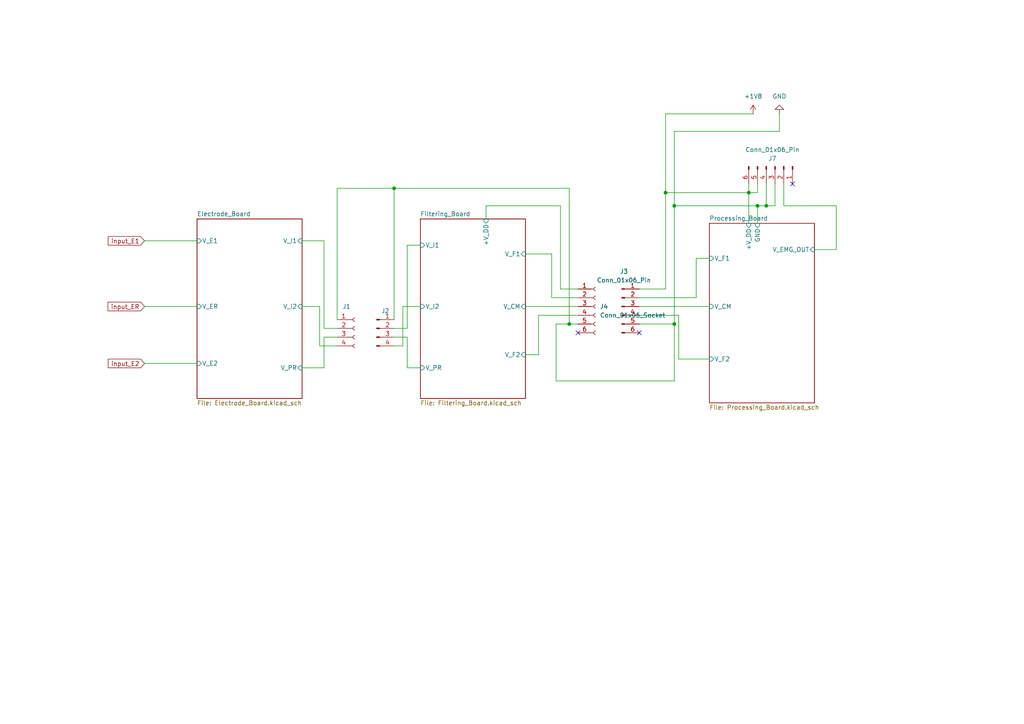
<source format=kicad_sch>
(kicad_sch (version 20231120) (generator "eeschema") (generator_version "8.0")
  (paper "A4")
  (lib_symbols
    (symbol "Connector:Conn_01x04_Pin" (pin_names (offset 1.016) hide)
      (property "Reference" "J" (at 0 5.08 0))
      (property "Value" "Conn_01x04_Pin" (at 0 -7.62 0))
      (symbol "Conn_01x04_Pin_1_1"
        (polyline (pts (xy 1.27 -5.08) (xy 0.8636 -5.08)) (stroke (width 0.1524)))
        (polyline (pts (xy 1.27 -2.54) (xy 0.8636 -2.54)) (stroke (width 0.1524)))
        (polyline (pts (xy 1.27 0) (xy 0.8636 0)) (stroke (width 0.1524)))
        (polyline (pts (xy 1.27 2.54) (xy 0.8636 2.54)) (stroke (width 0.1524)))
        (rectangle (start 0.8636 -4.953) (end 0 -5.207) (stroke (width 0.1524)) (fill (type outline)))
        (rectangle (start 0.8636 -2.413) (end 0 -2.667) (stroke (width 0.1524)) (fill (type outline)))
        (rectangle (start 0.8636 0.127) (end 0 -0.127) (stroke (width 0.1524)) (fill (type outline)))
        (rectangle (start 0.8636 2.667) (end 0 2.413) (stroke (width 0.1524)) (fill (type outline)))
        (pin passive line (at 5.08 2.54 180) (length 3.81) (name "Pin_1") (number "1"))
        (pin passive line (at 5.08 0 180) (length 3.81) (name "Pin_2") (number "2"))
        (pin passive line (at 5.08 -2.54 180) (length 3.81) (name "Pin_3") (number "3"))
        (pin passive line (at 5.08 -5.08 180) (length 3.81) (name "Pin_4") (number "4"))
      )
    )
    (symbol "Connector:Conn_01x04_Socket" (pin_names (offset 1.016) hide)
      (property "Reference" "J" (at 0 5.08 0))
      (property "Value" "Conn_01x04_Socket" (at 0 -7.62 0))
      (symbol "Conn_01x04_Socket_1_1"
        (arc (start 0 -4.572) (mid -0.5058 -5.08) (end 0 -5.588) (stroke (width 0.1524)))
        (arc (start 0 -2.032) (mid -0.5058 -2.54) (end 0 -3.048) (stroke (width 0.1524)))
        (polyline (pts (xy -1.27 -5.08) (xy -0.508 -5.08)) (stroke (width 0.1524)))
        (polyline (pts (xy -1.27 -2.54) (xy -0.508 -2.54)) (stroke (width 0.1524)))
        (polyline (pts (xy -1.27 0) (xy -0.508 0)) (stroke (width 0.1524)))
        (polyline (pts (xy -1.27 2.54) (xy -0.508 2.54)) (stroke (width 0.1524)))
        (arc (start 0 0.508) (mid -0.5058 0) (end 0 -0.508) (stroke (width 0.1524)))
        (arc (start 0 3.048) (mid -0.5058 2.54) (end 0 2.032) (stroke (width 0.1524)))
        (pin passive line (at -5.08 2.54 0) (length 3.81) (name "Pin_1") (number "1"))
        (pin passive line (at -5.08 0 0) (length 3.81) (name "Pin_2") (number "2"))
        (pin passive line (at -5.08 -2.54 0) (length 3.81) (name "Pin_3") (number "3"))
        (pin passive line (at -5.08 -5.08 0) (length 3.81) (name "Pin_4") (number "4"))
      )
    )
    (symbol "Connector:Conn_01x06_Pin" (pin_names (offset 1.016) hide)
      (property "Reference" "J" (at 0 7.62 0))
      (property "Value" "Conn_01x06_Pin" (at 0 -10.16 0))
      (symbol "Conn_01x06_Pin_1_1"
        (polyline (pts (xy 1.27 -7.62) (xy 0.8636 -7.62)) (stroke (width 0.1524)))
        (polyline (pts (xy 1.27 -5.08) (xy 0.8636 -5.08)) (stroke (width 0.1524)))
        (polyline (pts (xy 1.27 -2.54) (xy 0.8636 -2.54)) (stroke (width 0.1524)))
        (polyline (pts (xy 1.27 0) (xy 0.8636 0)) (stroke (width 0.1524)))
        (polyline (pts (xy 1.27 2.54) (xy 0.8636 2.54)) (stroke (width 0.1524)))
        (polyline (pts (xy 1.27 5.08) (xy 0.8636 5.08)) (stroke (width 0.1524)))
        (rectangle (start 0.8636 -7.493) (end 0 -7.747) (stroke (width 0.1524)) (fill (type outline)))
        (rectangle (start 0.8636 -4.953) (end 0 -5.207) (stroke (width 0.1524)) (fill (type outline)))
        (rectangle (start 0.8636 -2.413) (end 0 -2.667) (stroke (width 0.1524)) (fill (type outline)))
        (rectangle (start 0.8636 0.127) (end 0 -0.127) (stroke (width 0.1524)) (fill (type outline)))
        (rectangle (start 0.8636 2.667) (end 0 2.413) (stroke (width 0.1524)) (fill (type outline)))
        (rectangle (start 0.8636 5.207) (end 0 4.953) (stroke (width 0.1524)) (fill (type outline)))
        (pin passive line (at 5.08 5.08 180) (length 3.81) (name "Pin_1") (number "1"))
        (pin passive line (at 5.08 2.54 180) (length 3.81) (name "Pin_2") (number "2"))
        (pin passive line (at 5.08 0 180) (length 3.81) (name "Pin_3") (number "3"))
        (pin passive line (at 5.08 -2.54 180) (length 3.81) (name "Pin_4") (number "4"))
        (pin passive line (at 5.08 -5.08 180) (length 3.81) (name "Pin_5") (number "5"))
        (pin passive line (at 5.08 -7.62 180) (length 3.81) (name "Pin_6") (number "6"))
      )
    )
    (symbol "Connector:Conn_01x06_Socket" (pin_names (offset 1.016) hide)
      (property "Reference" "J" (at 0 7.62 0))
      (property "Value" "Conn_01x06_Socket" (at 0 -10.16 0))
      (symbol "Conn_01x06_Socket_1_1"
        (arc (start 0 -7.112) (mid -0.5058 -7.62) (end 0 -8.128) (stroke (width 0.1524)))
        (arc (start 0 -4.572) (mid -0.5058 -5.08) (end 0 -5.588) (stroke (width 0.1524)))
        (arc (start 0 -2.032) (mid -0.5058 -2.54) (end 0 -3.048) (stroke (width 0.1524)))
        (polyline (pts (xy -1.27 -7.62) (xy -0.508 -7.62)) (stroke (width 0.1524)))
        (polyline (pts (xy -1.27 -5.08) (xy -0.508 -5.08)) (stroke (width 0.1524)))
        (polyline (pts (xy -1.27 -2.54) (xy -0.508 -2.54)) (stroke (width 0.1524)))
        (polyline (pts (xy -1.27 0) (xy -0.508 0)) (stroke (width 0.1524)))
        (polyline (pts (xy -1.27 2.54) (xy -0.508 2.54)) (stroke (width 0.1524)))
        (polyline (pts (xy -1.27 5.08) (xy -0.508 5.08)) (stroke (width 0.1524)))
        (arc (start 0 0.508) (mid -0.5058 0) (end 0 -0.508) (stroke (width 0.1524)))
        (arc (start 0 3.048) (mid -0.5058 2.54) (end 0 2.032) (stroke (width 0.1524)))
        (arc (start 0 5.588) (mid -0.5058 5.08) (end 0 4.572) (stroke (width 0.1524)))
        (pin passive line (at -5.08 5.08 0) (length 3.81) (name "Pin_1") (number "1"))
        (pin passive line (at -5.08 2.54 0) (length 3.81) (name "Pin_2") (number "2"))
        (pin passive line (at -5.08 0 0) (length 3.81) (name "Pin_3") (number "3"))
        (pin passive line (at -5.08 -2.54 0) (length 3.81) (name "Pin_4") (number "4"))
        (pin passive line (at -5.08 -5.08 0) (length 3.81) (name "Pin_5") (number "5"))
        (pin passive line (at -5.08 -7.62 0) (length 3.81) (name "Pin_6") (number "6"))
      )
    )
    (symbol "power:+1V8" (power) (pin_numbers hide) (pin_names (offset 0) hide)
      (property "Value" "+1V8" (at 0 3.556 0))
      (symbol "+1V8_0_1"
        (polyline (pts (xy -0.762 1.27) (xy 0 2.54)))
        (polyline (pts (xy 0 0) (xy 0 2.54)))
        (polyline (pts (xy 0 2.54) (xy 0.762 1.27)))
      )
      (symbol "+1V8_1_1"
        (pin power_in line (at 0 0 90) (length 0) (name "~") (number "1"))
      )
    )
    (symbol "power:GND" (power) (pin_numbers hide) (pin_names (offset 0) hide)
      (property "Value" "GND" (at 0 -3.81 0))
      (symbol "GND_0_1"
        (polyline (pts (xy 0 0) (xy 0 -1.27) (xy 1.27 -1.27) (xy 0 -2.54) (xy -1.27 -1.27) (xy 0 -1.27)))
      )
      (symbol "GND_1_1"
        (pin power_in line (at 0 0 270) (length 0) (name "~") (number "1"))
      )
    )
  )
  (junction (at 114.3 54.61))
  (junction (at 195.58 59.69))
  (junction (at 195.58 93.98))
  (junction (at 193.04 55.88))
  (junction (at 219.71 59.69))
  (junction (at 217.17 55.88))
  (junction (at 165.1 93.98))
  (junction (at 222.25 59.69))
  (no_connect (at 185.42 96.52))
  (no_connect (at 167.64 96.52))
  (no_connect (at 229.87 53.34))
  (wire (pts (xy 185.42 88.9) (xy 205.74 88.9)))
  (wire (pts (xy 242.57 72.39) (xy 242.57 59.69)))
  (wire (pts (xy 93.98 69.85) (xy 93.98 95.25)))
  (wire (pts (xy 92.71 100.33) (xy 97.79 100.33)))
  (wire (pts (xy 227.33 59.69) (xy 227.33 53.34)))
  (wire (pts (xy 195.58 59.69) (xy 219.71 59.69)))
  (wire (pts (xy 224.79 59.69) (xy 224.79 53.34)))
  (wire (pts (xy 167.64 86.36) (xy 160.02 86.36)))
  (wire (pts (xy 226.06 33.02) (xy 226.06 38.1)))
  (wire (pts (xy 201.93 74.93) (xy 205.74 74.93)))
  (wire (pts (xy 219.71 59.69) (xy 219.71 64.77)))
  (wire (pts (xy 160.02 86.36) (xy 160.02 73.66)))
  (wire (pts (xy 97.79 54.61) (xy 114.3 54.61)))
  (wire (pts (xy 160.02 73.66) (xy 152.4 73.66)))
  (wire (pts (xy 195.58 110.49) (xy 161.29 110.49)))
  (wire (pts (xy 193.04 55.88) (xy 217.17 55.88)))
  (wire (pts (xy 93.98 106.68) (xy 93.98 97.79)))
  (wire (pts (xy 193.04 83.82) (xy 185.42 83.82)))
  (wire (pts (xy 196.85 91.44) (xy 185.42 91.44)))
  (wire (pts (xy 162.56 59.69) (xy 140.97 59.69)))
  (wire (pts (xy 161.29 93.98) (xy 161.29 110.49)))
  (wire (pts (xy 87.63 69.85) (xy 93.98 69.85)))
  (wire (pts (xy 185.42 86.36) (xy 201.93 86.36)))
  (wire (pts (xy 152.4 102.87) (xy 156.21 102.87)))
  (wire (pts (xy 195.58 59.69) (xy 195.58 93.98)))
  (wire (pts (xy 121.92 88.9) (xy 116.84 88.9)))
  (wire (pts (xy 118.11 95.25) (xy 118.11 71.12)))
  (wire (pts (xy 87.63 88.9) (xy 92.71 88.9)))
  (wire (pts (xy 165.1 93.98) (xy 165.1 54.61)))
  (wire (pts (xy 217.17 55.88) (xy 219.71 55.88)))
  (wire (pts (xy 116.84 100.33) (xy 114.3 100.33)))
  (wire (pts (xy 152.4 88.9) (xy 167.64 88.9)))
  (wire (pts (xy 219.71 59.69) (xy 222.25 59.69)))
  (wire (pts (xy 114.3 54.61) (xy 114.3 92.71)))
  (wire (pts (xy 196.85 104.14) (xy 196.85 91.44)))
  (wire (pts (xy 226.06 38.1) (xy 195.58 38.1)))
  (wire (pts (xy 193.04 55.88) (xy 193.04 83.82)))
  (wire (pts (xy 114.3 95.25) (xy 118.11 95.25)))
  (wire (pts (xy 121.92 106.68) (xy 118.11 106.68)))
  (wire (pts (xy 92.71 88.9) (xy 92.71 100.33)))
  (wire (pts (xy 195.58 38.1) (xy 195.58 59.69)))
  (wire (pts (xy 162.56 83.82) (xy 162.56 59.69)))
  (wire (pts (xy 165.1 54.61) (xy 114.3 54.61)))
  (wire (pts (xy 41.91 105.41) (xy 57.15 105.41)))
  (wire (pts (xy 195.58 93.98) (xy 185.42 93.98)))
  (wire (pts (xy 87.63 106.68) (xy 93.98 106.68)))
  (wire (pts (xy 219.71 55.88) (xy 219.71 53.34)))
  (wire (pts (xy 93.98 95.25) (xy 97.79 95.25)))
  (wire (pts (xy 236.22 72.39) (xy 242.57 72.39)))
  (wire (pts (xy 116.84 88.9) (xy 116.84 100.33)))
  (wire (pts (xy 217.17 55.88) (xy 217.17 64.77)))
  (wire (pts (xy 222.25 53.34) (xy 222.25 59.69)))
  (wire (pts (xy 41.91 69.85) (xy 57.15 69.85)))
  (wire (pts (xy 217.17 53.34) (xy 217.17 55.88)))
  (wire (pts (xy 242.57 59.69) (xy 227.33 59.69)))
  (wire (pts (xy 156.21 91.44) (xy 167.64 91.44)))
  (wire (pts (xy 118.11 97.79) (xy 114.3 97.79)))
  (wire (pts (xy 165.1 93.98) (xy 167.64 93.98)))
  (wire (pts (xy 156.21 102.87) (xy 156.21 91.44)))
  (wire (pts (xy 140.97 59.69) (xy 140.97 63.5)))
  (wire (pts (xy 118.11 71.12) (xy 121.92 71.12)))
  (wire (pts (xy 201.93 86.36) (xy 201.93 74.93)))
  (wire (pts (xy 205.74 104.14) (xy 196.85 104.14)))
  (wire (pts (xy 41.91 88.9) (xy 57.15 88.9)))
  (wire (pts (xy 222.25 59.69) (xy 224.79 59.69)))
  (wire (pts (xy 97.79 54.61) (xy 97.79 92.71)))
  (wire (pts (xy 167.64 83.82) (xy 162.56 83.82)))
  (wire (pts (xy 118.11 106.68) (xy 118.11 97.79)))
  (wire (pts (xy 93.98 97.79) (xy 97.79 97.79)))
  (wire (pts (xy 218.44 33.02) (xy 193.04 33.02)))
  (wire (pts (xy 193.04 33.02) (xy 193.04 55.88)))
  (wire (pts (xy 195.58 93.98) (xy 195.58 110.49)))
  (wire (pts (xy 161.29 93.98) (xy 165.1 93.98)))
  (global_label "input_ER" (shape input) (at 41.91 88.9 180) (property "Intersheetrefs" "${INTERSHEET_REFS}" (effects (hide yes))))
  (global_label "input_E2" (shape input) (at 41.91 105.41 180) (property "Intersheetrefs" "${INTERSHEET_REFS}" (effects (hide yes))))
  (global_label "input_E1" (shape input) (at 41.91 69.85 180) (property "Intersheetrefs" "${INTERSHEET_REFS}" (effects (hide yes))))
  (symbol (lib_id "power:GND") (at 226.06 33.02 180) (unit 1)
    (property "Reference" "#PWR022" (effects (hide yes)))
    (property "Value" "GND" (at 226.06 27.94 0))
    (property "Description" "Power symbol creates a global label with name \"GND\" , ground" (effects (hide yes)))
  )
  (symbol (lib_id "Connector:Conn_01x06_Pin") (at 224.79 48.26 270) (unit 1)
    (property "Reference" "J7" (at 224.028 45.974 90))
    (property "Value" "Conn_01x06_Pin" (at 224.028 43.434 90))
    (property "Footprint" "Connector_PinHeader_2.54mm:PinHeader_2x03_P2.54mm_Vertical" (effects (hide yes)))
    (property "Description" "Generic connector, single row, 01x06, script generated" (effects (hide yes)))
  )
  (symbol (lib_id "Connector:Conn_01x04_Pin") (at 109.22 95.25 0) (unit 1)
    (property "Reference" "J2" (at 111.76 90.17 0))
    (property "Value" "Conn_01x04_Pin" (effects (hide yes)))
    (property "Footprint" "Connector_PinHeader_2.54mm:PinHeader_2x02_P2.54mm_Vertical" (effects (hide yes)))
    (property "Description" "Generic connector, single row, 01x04, script generated" (effects (hide yes)))
  )
  (symbol (lib_id "power:+1V8") (at 218.44 33.02 0) (unit 1)
    (property "Reference" "#PWR03" (effects (hide yes)))
    (property "Value" "+1V8" (at 218.44 27.94 0))
    (property "Description" "Power symbol creates a global label with name \"+1V8\"" (effects (hide yes)))
  )
  (symbol (lib_id "Connector:Conn_01x06_Pin") (at 180.34 88.9 0) (unit 1)
    (property "Reference" "J3" (at 180.975 78.74 0))
    (property "Value" "Conn_01x06_Pin" (at 180.975 81.28 0))
    (property "Footprint" "Connector_PinHeader_2.54mm:PinHeader_2x03_P2.54mm_Vertical" (effects (hide yes)))
    (property "Description" "Generic connector, single row, 01x06, script generated" (effects (hide yes)))
  )
  (symbol (lib_id "Connector:Conn_01x06_Socket") (at 172.72 88.9 0) (unit 1)
    (property "Reference" "J4" (at 173.99 88.8999 0) (effects (justify left)))
    (property "Value" "Conn_01x06_Socket" (at 173.99 91.4399 0) (effects (justify left)))
    (property "Footprint" "Connector_PinSocket_2.54mm:PinSocket_2x03_P2.54mm_Vertical" (effects (hide yes)))
    (property "Description" "Generic connector, single row, 01x06, script generated" (effects (hide yes)))
  )
  (symbol (lib_id "Connector:Conn_01x04_Socket") (at 102.87 95.25 0) (unit 1)
    (property "Reference" "J1" (at 99.314 88.9 0) (effects (justify left)))
    (property "Value" "Conn_01x04_Socket" (effects (hide yes)))
    (property "Footprint" "Connector_PinSocket_2.54mm:PinSocket_2x02_P2.54mm_Vertical" (effects (hide yes)))
    (property "Description" "Generic connector, single row, 01x04, script generated" (effects (hide yes)))
  )
  (sheet (at 205.74 64.77) (size 30.48 52.07) (stroke (width 0.1524))
    (property "Sheetname" "Processing_Board" (at 205.74 64.0584 0) (effects (justify left bottom)))
    (property "Sheetfile" "Processing_Board.kicad_sch" (at 205.74 117.4246 0) (effects (justify left top)))
    (pin "V_EMG_OUT" input (at 236.22 72.39 0))
    (pin "V_F1" input (at 205.74 74.93 180))
    (pin "V_CM" input (at 205.74 88.9 180))
    (pin "V_F2" input (at 205.74 104.14 180))
    (pin "+V_DD" input (at 217.17 64.77 90))
    (pin "GND" input (at 219.71 64.77 90))
  )
  (sheet (at 121.92 63.5) (size 30.48 52.07) (stroke (width 0.1524))
    (property "Sheetname" "Filtering_Board" (at 121.92 62.7884 0) (effects (justify left bottom)))
    (property "Sheetfile" "Filtering_Board.kicad_sch" (at 121.92 116.1546 0) (effects (justify left top)))
    (pin "+V_DD" input (at 140.97 63.5 90))
    (pin "V_F1" input (at 152.4 73.66 0))
    (pin "V_PR" input (at 121.92 106.68 180))
    (pin "V_I2" input (at 121.92 88.9 180))
    (pin "V_I1" input (at 121.92 71.12 180))
    (pin "V_F2" input (at 152.4 102.87 0))
    (pin "V_CM" input (at 152.4 88.9 0))
  )
  (sheet (at 57.15 63.5) (size 30.48 52.07) (stroke (width 0.1524))
    (property "Sheetname" "Electrode_Board" (at 57.15 62.7884 0) (effects (justify left bottom)))
    (property "Sheetfile" "Electrode_Board.kicad_sch" (at 57.15 116.1546 0) (effects (justify left top)))
    (pin "V_E1" input (at 57.15 69.85 180))
    (pin "V_E2" input (at 57.15 105.41 180))
    (pin "V_ER" input (at 57.15 88.9 180))
    (pin "V_PR" input (at 87.63 106.68 0))
    (pin "V_I1" input (at 87.63 69.85 0))
    (pin "V_I2" input (at 87.63 88.9 0))
  )
)
</source>
